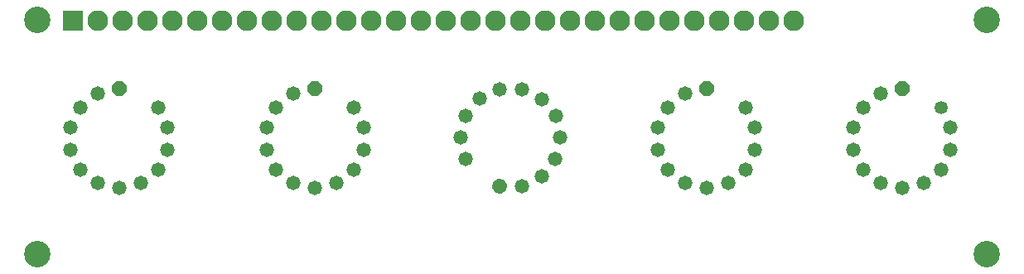
<source format=gbs>
G04*
G04 #@! TF.GenerationSoftware,Altium Limited,Altium Designer,20.0.2 (26)*
G04*
G04 Layer_Color=16711935*
%FSLAX25Y25*%
%MOIN*%
G70*
G01*
G75*
%ADD17C,0.08300*%
%ADD18R,0.08300X0.08300*%
%ADD19C,0.10642*%
%ADD20C,0.05300*%
%ADD21P,0.06278X8X22.5*%
%ADD22C,0.05800*%
%ADD23P,0.06278X8X191.3*%
D17*
X180011Y99999D02*
D03*
X310011D02*
D03*
X300011D02*
D03*
X290011D02*
D03*
X280011D02*
D03*
X270011D02*
D03*
X250011D02*
D03*
X260011D02*
D03*
X170011Y99999D02*
D03*
X190011Y99999D02*
D03*
X200011D02*
D03*
X210011D02*
D03*
X220011D02*
D03*
X230011D02*
D03*
X240011D02*
D03*
X160000Y100000D02*
D03*
X150000D02*
D03*
X140000D02*
D03*
X130000D02*
D03*
X120000D02*
D03*
X100000D02*
D03*
X110000D02*
D03*
X30000D02*
D03*
X40000D02*
D03*
X50000D02*
D03*
X60000D02*
D03*
X70000D02*
D03*
X80000D02*
D03*
X90000D02*
D03*
D18*
X20000D02*
D03*
D19*
X387795Y100394D02*
D03*
X5906D02*
D03*
X5906Y5906D02*
D03*
X387795D02*
D03*
D20*
X369420Y64923D02*
D03*
D21*
X353746Y72500D02*
D03*
X274996D02*
D03*
X117496D02*
D03*
X38746D02*
D03*
D22*
X345073Y70521D02*
D03*
X338116Y64978D02*
D03*
X334251Y56965D02*
D03*
X334243Y48069D02*
D03*
X338094Y40050D02*
D03*
X345042Y34494D02*
D03*
X353746Y32500D02*
D03*
X362388Y34463D02*
D03*
X369355Y39995D02*
D03*
X373234Y48001D02*
D03*
X373257Y56897D02*
D03*
X290670Y64923D02*
D03*
X266323Y70521D02*
D03*
X259366Y64978D02*
D03*
X255501Y56965D02*
D03*
X255493Y48069D02*
D03*
X259344Y40050D02*
D03*
X266292Y34494D02*
D03*
X274996Y32500D02*
D03*
X283638Y34463D02*
D03*
X290605Y39995D02*
D03*
X294484Y48001D02*
D03*
X294507Y56897D02*
D03*
X133170Y64923D02*
D03*
X108823Y70521D02*
D03*
X101866Y64978D02*
D03*
X98001Y56965D02*
D03*
X97993Y48069D02*
D03*
X101844Y40050D02*
D03*
X108792Y34494D02*
D03*
X117496Y32500D02*
D03*
X126138Y34463D02*
D03*
X133105Y39995D02*
D03*
X136984Y48001D02*
D03*
X137007Y56897D02*
D03*
X54420Y64923D02*
D03*
X30073Y70521D02*
D03*
X23116Y64978D02*
D03*
X19251Y56965D02*
D03*
X19243Y48069D02*
D03*
X23094Y40050D02*
D03*
X30042Y34494D02*
D03*
X38746Y32500D02*
D03*
X47388Y34463D02*
D03*
X54355Y39995D02*
D03*
X58234Y48001D02*
D03*
X58257Y56897D02*
D03*
X176250Y52812D02*
D03*
X178251Y61533D02*
D03*
X183813Y68476D02*
D03*
X191750Y72312D02*
D03*
X200732Y72304D02*
D03*
X208741Y68432D02*
D03*
X214279Y61470D02*
D03*
X214264Y44124D02*
D03*
X208714Y37171D02*
D03*
X200698Y33313D02*
D03*
X178206Y44186D02*
D03*
X216250Y52812D02*
D03*
D23*
X191734Y33329D02*
D03*
M02*

</source>
